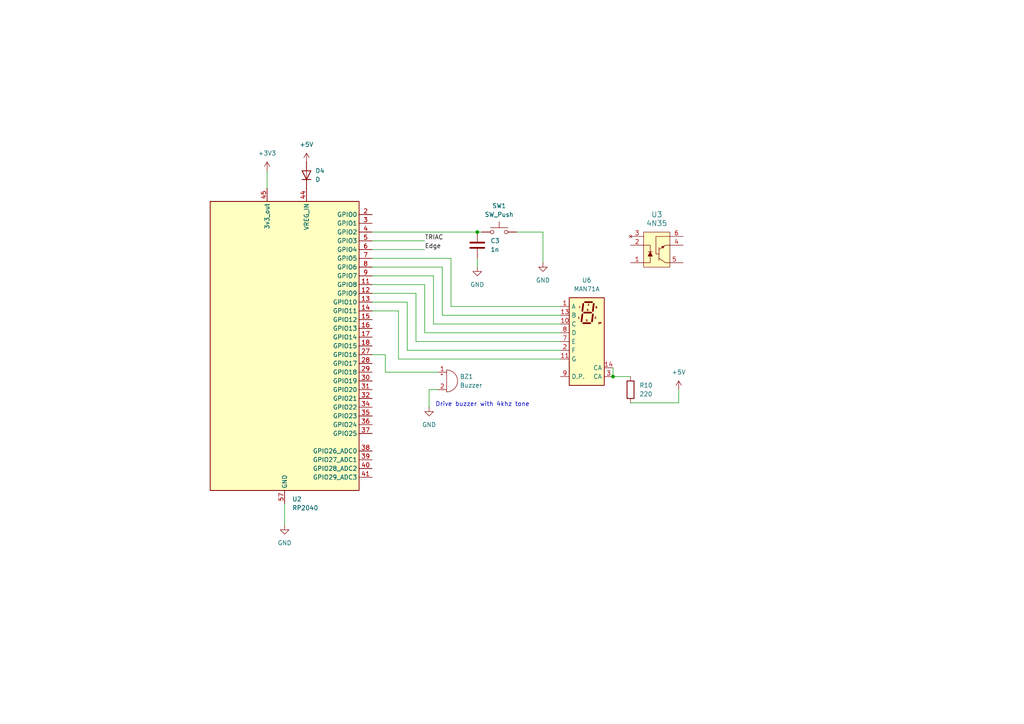
<source format=kicad_sch>
(kicad_sch (version 20231120) (generator "eeschema") (generator_version "8.0")
  (paper "A4")
  (title_block (title "Lab 13: Digital Heating Pad Control") (date "2025-04-24") (company "CWRU") (comment 1 "Drawn by T.Cowles"))
  (lib_symbols
    (symbol "Device:Buzzer" (pin_names (offset 0.0254) hide)
      (property "Reference" "BZ" (at 3.81 1.27 0))
      (property "Value" "Buzzer" (at 3.81 -1.27 0))
      (symbol "Buzzer_0_1"
        (arc (start 0 -3.175) (mid 3.1612 0) (end 0 3.175))
        (polyline (pts (xy -1.651 1.905) (xy -1.143 1.905)))
        (polyline (pts (xy -1.397 2.159) (xy -1.397 1.651)))
        (polyline (pts (xy 0 3.175) (xy 0 -3.175)))
      )
      (symbol "Buzzer_1_1"
        (pin passive line (at -2.54 2.54 0) (length 2.54) (name "+") (number "1"))
        (pin passive line (at -2.54 -2.54 0) (length 2.54) (name "-") (number "2"))
      )
    )
    (symbol "Device:C" (pin_numbers hide) (pin_names (offset 0.254))
      (property "Reference" "C" (at 0.635 2.54 0))
      (property "Value" "C" (at 0.635 -2.54 0))
      (symbol "C_0_1"
        (polyline (pts (xy -2.032 -0.762) (xy 2.032 -0.762)) (stroke (width 0.508)))
        (polyline (pts (xy -2.032 0.762) (xy 2.032 0.762)) (stroke (width 0.508)))
      )
      (symbol "C_1_1"
        (pin passive line (at 0 3.81 270) (length 2.794) (name "~") (number "1"))
        (pin passive line (at 0 -3.81 90) (length 2.794) (name "~") (number "2"))
      )
    )
    (symbol "Device:D" (pin_numbers hide) (pin_names (offset 1.016) hide)
      (property "Reference" "D" (at 0 2.54 0))
      (property "Value" "D" (at 0 -2.54 0))
      (symbol "D_0_1"
        (polyline (pts (xy -1.27 1.27) (xy -1.27 -1.27)) (stroke (width 0.254)))
        (polyline (pts (xy 1.27 0) (xy -1.27 0)))
        (polyline (pts (xy 1.27 1.27) (xy 1.27 -1.27) (xy -1.27 0) (xy 1.27 1.27)) (stroke (width 0.254)))
      )
      (symbol "D_1_1"
        (pin passive line (at -3.81 0 0) (length 2.54) (name "K") (number "1"))
        (pin passive line (at 3.81 0 180) (length 2.54) (name "A") (number "2"))
      )
    )
    (symbol "Device:R" (pin_numbers hide) (pin_names (offset 0))
      (property "Reference" "R" (at 2.032 0 90))
      (property "Value" "R" (at 0 0 90))
      (symbol "R_0_1"
        (rectangle (start -1.016 -2.54) (end 1.016 2.54) (stroke (width 0.254)))
      )
      (symbol "R_1_1"
        (pin passive line (at 0 3.81 270) (length 1.27) (name "~") (number "1"))
        (pin passive line (at 0 -3.81 90) (length 1.27) (name "~") (number "2"))
      )
    )
    (symbol "Display_Character:MAN71A" (pin_names (offset 0.635))
      (property "Reference" "U" (at -2.54 13.97 0))
      (property "Value" "MAN71A" (at 3.556 -14.224 0))
      (symbol "MAN71A_0_0"
        (text "A" (at 0.508 10.668 0) (effects (font (size 0.508 0.508))))
        (text "B" (at 2.794 9.906 0) (effects (font (size 0.508 0.508))))
        (text "C" (at 2.54 6.858 0) (effects (font (size 0.508 0.508))))
        (text "D" (at 0 6.096 0) (effects (font (size 0.508 0.508))))
        (text "DP" (at 3.81 5.334 0) (effects (font (size 0.508 0.508))))
        (text "E" (at -2.286 6.858 0) (effects (font (size 0.508 0.508))))
        (text "F" (at -2.032 9.906 0) (effects (font (size 0.508 0.508))))
        (text "G" (at 0.254 9.144 0) (effects (font (size 0.508 0.508))))
      )
      (symbol "MAN71A_0_1"
        (rectangle (start -5.08 12.7) (end 5.08 -12.7) (stroke (width 0.254)) (fill (type background)))
        (polyline (pts (xy -1.27 7.874) (xy -1.524 5.842)) (stroke (width 0.508)))
        (polyline (pts (xy -1.016 5.334) (xy 1.016 5.334)) (stroke (width 0.508)))
        (polyline (pts (xy -1.016 10.922) (xy -1.27 8.89)) (stroke (width 0.508)))
        (polyline (pts (xy -0.762 8.382) (xy 1.27 8.382)) (stroke (width 0.508)))
        (polyline (pts (xy -0.508 11.43) (xy 1.524 11.43)) (stroke (width 0.508)))
        (polyline (pts (xy 1.778 7.874) (xy 1.524 5.842)) (stroke (width 0.508)))
        (polyline (pts (xy 2.032 10.922) (xy 1.778 8.89)) (stroke (width 0.508)))
        (polyline (pts (xy 2.794 5.334) (xy 2.794 5.334)) (stroke (width 0.508)))
      )
      (symbol "MAN71A_1_1"
        (pin input line (at -7.62 10.16 0) (length 2.54) (name "A") (number "1"))
        (pin input line (at -7.62 5.08 0) (length 2.54) (name "C") (number "10"))
        (pin input line (at -7.62 -5.08 0) (length 2.54) (name "G") (number "11"))
        (pin no_connect line (at 5.08 -5.08 180) (length 2.54) hide (name "NC") (number "12"))
        (pin input line (at -7.62 7.62 0) (length 2.54) (name "B") (number "13"))
        (pin input line (at 7.62 -7.62 180) (length 2.54) (name "CA") (number "14"))
        (pin input line (at -7.62 -2.54 0) (length 2.54) (name "F") (number "2"))
        (pin input line (at 7.62 -10.16 180) (length 2.54) (name "CA") (number "3"))
        (pin no_connect line (at 5.08 2.54 180) (length 2.54) hide (name "NC") (number "4"))
        (pin no_connect line (at 5.08 0 180) (length 2.54) hide (name "NC") (number "5"))
        (pin no_connect line (at 5.08 -2.54 180) (length 2.54) hide (name "NC") (number "6"))
        (pin input line (at -7.62 0 0) (length 2.54) (name "E") (number "7"))
        (pin input line (at -7.62 2.54 0) (length 2.54) (name "D") (number "8"))
        (pin input line (at -7.62 -10.16 0) (length 2.54) (name "D.P.") (number "9"))
      )
    )
    (symbol "MCU_RaspberryPi:RP2040"
      (property "Reference" "U2" (at 2.1941 -44.45 0))
      (property "Value" "RP2040" (at 2.1941 -46.99 0))
      (symbol "RP2040_0_1"
        (rectangle (start -21.59 41.91) (end 21.59 -41.91) (stroke (width 0.254)) (fill (type background)))
      )
      (symbol "RP2040_1_1"
        (pin bidirectional line (at 25.4 17.78 180) (length 3.81) (name "GPIO8") (number "11"))
        (pin bidirectional line (at 25.4 15.24 180) (length 3.81) (name "GPIO9") (number "12"))
        (pin bidirectional line (at 25.4 12.7 180) (length 3.81) (name "GPIO10") (number "13"))
        (pin bidirectional line (at 25.4 10.16 180) (length 3.81) (name "GPIO11") (number "14"))
        (pin bidirectional line (at 25.4 7.62 180) (length 3.81) (name "GPIO12") (number "15"))
        (pin bidirectional line (at 25.4 5.08 180) (length 3.81) (name "GPIO13") (number "16"))
        (pin bidirectional line (at 25.4 2.54 180) (length 3.81) (name "GPIO14") (number "17"))
        (pin bidirectional line (at 25.4 0 180) (length 3.81) (name "GPIO15") (number "18"))
        (pin bidirectional line (at 25.4 38.1 180) (length 3.81) (name "GPIO0") (number "2"))
        (pin bidirectional line (at 25.4 -2.54 180) (length 3.81) (name "GPIO16") (number "27"))
        (pin bidirectional line (at 25.4 -5.08 180) (length 3.81) (name "GPIO17") (number "28"))
        (pin bidirectional line (at 25.4 -7.62 180) (length 3.81) (name "GPIO18") (number "29"))
        (pin bidirectional line (at 25.4 35.56 180) (length 3.81) (name "GPIO1") (number "3"))
        (pin bidirectional line (at 25.4 -10.16 180) (length 3.81) (name "GPIO19") (number "30"))
        (pin bidirectional line (at 25.4 -12.7 180) (length 3.81) (name "GPIO20") (number "31"))
        (pin bidirectional line (at 25.4 -15.24 180) (length 3.81) (name "GPIO21") (number "32"))
        (pin bidirectional line (at 25.4 -17.78 180) (length 3.81) (name "GPIO22") (number "34"))
        (pin bidirectional line (at 25.4 -20.32 180) (length 3.81) (name "GPIO23") (number "35"))
        (pin bidirectional line (at 25.4 -22.86 180) (length 3.81) (name "GPIO24") (number "36"))
        (pin bidirectional line (at 25.4 -25.4 180) (length 3.81) (name "GPIO25") (number "37"))
        (pin bidirectional line (at 25.4 -30.48 180) (length 3.81) (name "GPIO26_ADC0") (number "38"))
        (pin bidirectional line (at 25.4 -33.02 180) (length 3.81) (name "GPIO27_ADC1") (number "39"))
        (pin bidirectional line (at 25.4 33.02 180) (length 3.81) (name "GPIO2") (number "4"))
        (pin bidirectional line (at 25.4 -35.56 180) (length 3.81) (name "GPIO28_ADC2") (number "40"))
        (pin bidirectional line (at 25.4 -38.1 180) (length 3.81) (name "GPIO29_ADC3") (number "41"))
        (pin power_in line (at 6.35 45.72 270) (length 3.81) (name "VREG_IN") (number "44"))
        (pin power_out line (at -5.08 45.72 270) (length 3.81) (name "3v3_out") (number "45"))
        (pin bidirectional line (at 25.4 30.48 180) (length 3.81) (name "GPIO3") (number "5"))
        (pin power_in line (at 0 -45.72 90) (length 3.81) (name "GND") (number "57"))
        (pin bidirectional line (at 25.4 27.94 180) (length 3.81) (name "GPIO4") (number "6"))
        (pin bidirectional line (at 25.4 25.4 180) (length 3.81) (name "GPIO5") (number "7"))
        (pin bidirectional line (at 25.4 22.86 180) (length 3.81) (name "GPIO6") (number "8"))
        (pin bidirectional line (at 25.4 20.32 180) (length 3.81) (name "GPIO7") (number "9"))
      )
    )
    (symbol "Switch:SW_Push" (pin_numbers hide) (pin_names (offset 1.016) hide)
      (property "Reference" "SW" (at 1.27 2.54 0))
      (property "Value" "SW_Push" (at 0 -1.524 0))
      (symbol "SW_Push_0_1"
        (circle (center -2.032 0) (radius 0.508))
        (polyline (pts (xy 0 1.27) (xy 0 3.048)))
        (polyline (pts (xy 2.54 1.27) (xy -2.54 1.27)))
        (circle (center 2.032 0) (radius 0.508))
        (pin passive line (at -5.08 0 0) (length 2.54) (name "1") (number "1"))
        (pin passive line (at 5.08 0 180) (length 2.54) (name "2") (number "2"))
      )
    )
    (symbol "dk_Optoisolators-Transistor-Photovoltaic-Output:4N35" (pin_names (offset 1.016))
      (property "Reference" "U" (at 0 5.08 0))
      (property "Value" "4N35" (at 0 -8.255 0))
      (symbol "4N35_0_1"
        (rectangle (start -3.81 3.81) (end 3.81 -6.35) (fill (type background)))
        (polyline (pts (xy -2.54 -0.635) (xy -1.27 -0.635)))
        (polyline (pts (xy 0.635 1.905) (xy 0.635 -1.905)))
        (polyline (pts (xy -3.81 -2.54) (xy -1.905 -2.54) (xy -1.905 -0.635)))
        (polyline (pts (xy -3.81 2.54) (xy -1.905 2.54) (xy -1.905 0.635)))
        (polyline (pts (xy 0.635 -1.27) (xy 2.54 -2.54) (xy 3.81 -2.54)))
        (polyline (pts (xy 0.635 1.27) (xy 2.54 2.54) (xy 3.81 2.54)))
        (polyline (pts (xy -2.54 0.635) (xy -1.27 0.635) (xy -1.905 -0.635) (xy -2.54 0.635)) (fill (type outline)))
        (polyline (pts (xy 2.159 -2.286) (xy 1.778 -1.651) (xy 1.397 -2.159) (xy 2.159 -2.286)) (fill (type outline)))
        (polyline (pts (xy 3.81 -5.08) (xy -0.254 -5.08) (xy -0.254 0) (xy 0.635 0)))
      )
      (symbol "4N35_1_1"
        (pin passive line (at -7.62 2.54 0) (length 3.81) (name "~") (number "1"))
        (pin passive line (at -7.62 -2.54 0) (length 3.81) (name "~") (number "2"))
        (pin no_connect line (at -7.62 -5.08 0) (length 3.81) (name "~") (number "3"))
        (pin passive line (at 7.62 -2.54 180) (length 3.81) (name "~") (number "4"))
        (pin output line (at 7.62 2.54 180) (length 5.08) (name "~") (number "5"))
        (pin input line (at 7.62 -5.08 180) (length 3.81) (name "~") (number "6"))
      )
    )
    (symbol "power:+3V3" (power) (pin_numbers hide) (pin_names (offset 0) hide)
      (property "Value" "+3V3" (at 0 3.556 0))
      (symbol "+3V3_0_1"
        (polyline (pts (xy -0.762 1.27) (xy 0 2.54)))
        (polyline (pts (xy 0 0) (xy 0 2.54)))
        (polyline (pts (xy 0 2.54) (xy 0.762 1.27)))
      )
      (symbol "+3V3_1_1"
        (pin power_in line (at 0 0 90) (length 0) (name "~") (number "1"))
      )
    )
    (symbol "power:+5V" (power) (pin_numbers hide) (pin_names (offset 0) hide)
      (property "Value" "+5V" (at 0 3.556 0))
      (symbol "+5V_0_1"
        (polyline (pts (xy -0.762 1.27) (xy 0 2.54)))
        (polyline (pts (xy 0 0) (xy 0 2.54)))
        (polyline (pts (xy 0 2.54) (xy 0.762 1.27)))
      )
      (symbol "+5V_1_1"
        (pin power_in line (at 0 0 90) (length 0) (name "~") (number "1"))
      )
    )
    (symbol "power:GND" (power) (pin_numbers hide) (pin_names (offset 0) hide)
      (property "Value" "GND" (at 0 -3.81 0))
      (symbol "GND_0_1"
        (polyline (pts (xy 0 0) (xy 0 -1.27) (xy 1.27 -1.27) (xy 0 -2.54) (xy -1.27 -1.27) (xy 0 -1.27)))
      )
      (symbol "GND_1_1"
        (pin power_in line (at 0 0 270) (length 0) (name "~") (number "1"))
      )
    )
  )
  (junction (at 138.43 67.31))
  (junction (at 177.8 109.22))
  (wire (pts (xy 118.11 101.6) (xy 162.56 101.6)))
  (wire (pts (xy 128.27 91.44) (xy 162.56 91.44)))
  (wire (pts (xy 196.85 113.03) (xy 196.85 116.84)))
  (wire (pts (xy 149.86 67.31) (xy 157.48 67.31)))
  (wire (pts (xy 128.27 77.47) (xy 128.27 91.44)))
  (wire (pts (xy 77.47 49.53) (xy 77.47 54.61)))
  (wire (pts (xy 125.73 80.01) (xy 125.73 93.98)))
  (wire (pts (xy 107.95 80.01) (xy 125.73 80.01)))
  (wire (pts (xy 107.95 67.31) (xy 138.43 67.31)))
  (wire (pts (xy 111.76 107.95) (xy 111.76 102.87)))
  (wire (pts (xy 107.95 77.47) (xy 128.27 77.47)))
  (wire (pts (xy 130.81 88.9) (xy 162.56 88.9)))
  (wire (pts (xy 120.65 99.06) (xy 162.56 99.06)))
  (wire (pts (xy 182.88 109.22) (xy 177.8 109.22)))
  (wire (pts (xy 107.95 90.17) (xy 115.57 90.17)))
  (wire (pts (xy 138.43 74.93) (xy 138.43 77.47)))
  (wire (pts (xy 107.95 85.09) (xy 120.65 85.09)))
  (wire (pts (xy 111.76 102.87) (xy 107.95 102.87)))
  (wire (pts (xy 123.19 82.55) (xy 107.95 82.55)))
  (wire (pts (xy 118.11 87.63) (xy 118.11 101.6)))
  (wire (pts (xy 124.46 113.03) (xy 124.46 118.11)))
  (wire (pts (xy 138.43 67.31) (xy 139.7 67.31)))
  (wire (pts (xy 177.8 106.68) (xy 177.8 109.22)))
  (wire (pts (xy 107.95 72.39) (xy 123.19 72.39)))
  (wire (pts (xy 82.55 146.05) (xy 82.55 152.4)))
  (wire (pts (xy 123.19 96.52) (xy 123.19 82.55)))
  (wire (pts (xy 107.95 87.63) (xy 118.11 87.63)))
  (wire (pts (xy 115.57 104.14) (xy 162.56 104.14)))
  (wire (pts (xy 162.56 96.52) (xy 123.19 96.52)))
  (wire (pts (xy 120.65 85.09) (xy 120.65 99.06)))
  (wire (pts (xy 182.88 116.84) (xy 196.85 116.84)))
  (wire (pts (xy 130.81 74.93) (xy 130.81 88.9)))
  (wire (pts (xy 111.76 107.95) (xy 127 107.95)))
  (wire (pts (xy 157.48 67.31) (xy 157.48 76.2)))
  (wire (pts (xy 127 113.03) (xy 124.46 113.03)))
  (wire (pts (xy 115.57 90.17) (xy 115.57 104.14)))
  (wire (pts (xy 107.95 74.93) (xy 130.81 74.93)))
  (wire (pts (xy 107.95 69.85) (xy 123.19 69.85)))
  (wire (pts (xy 125.73 93.98) (xy 162.56 93.98)))
  (text "Drive buzzer with 4khz tone" (at 139.954 117.348 0) (effects (font (size 1.27 1.27))))
  (label "TRIAC" (at 123.19 69.85 0))
  (label "Edge" (at 123.19 72.39 0))
  (symbol (lib_id "dk_Optoisolators-Transistor-Photovoltaic-Output:4N35") (at 190.5 73.66 0) (mirror x) (unit 1)
    (property "Reference" "U3" (at 190.5 62.23 0) (effects (font (size 1.524 1.524))))
    (property "Value" "4N35" (at 190.5 64.77 0) (effects (font (size 1.524 1.524))))
    (property "Footprint" "digikey-footprints:DIP-6_W7.62mm" (effects (hide yes)))
    (property "Datasheet" "http://optoelectronics.liteon.com/upload/download/DS-70-99-0012/4N3X%20Series%201115.pdf" (effects (hide yes)))
    (property "Description" "OPTOISO 3.55KV TRANS W/BASE 6DIP" (effects (hide yes)))
    (property "MPN" "4N35" (effects (hide yes)))
    (property "Category" "Isolators" (effects (hide yes)))
    (property "Family" "Optoisolators - Transistor, Photovoltaic Output" (effects (hide yes)))
    (property "DK_Datasheet_Link" "http://optoelectronics.liteon.com/upload/download/DS-70-99-0012/4N3X%20Series%201115.pdf" (effects (hide yes)))
    (property "DK_Detail_Page" "/product-detail/en/lite-on-inc/4N35/160-1304-5-ND/385766" (effects (hide yes)))
    (property "Description_1" "OPTOISO 3.55KV TRANS W/BASE 6DIP" (effects (hide yes)))
    (property "Manufacturer" "Lite-On Inc." (effects (hide yes)))
    (property "Status" "Active" (effects (hide yes)))
  )
  (symbol (lib_id "power:+5V") (at 88.9 46.99 0) (unit 1)
    (property "Reference" "#PWR06" (effects (hide yes)))
    (property "Value" "+5V" (at 88.9 41.91 0))
    (property "Description" "Power symbol creates a global label with name \"+5V\"" (effects (hide yes)))
  )
  (symbol (lib_id "Device:C") (at 138.43 71.12 0) (unit 1)
    (property "Reference" "C3" (at 142.24 69.8499 0) (effects (justify left)))
    (property "Value" "1n" (at 142.24 72.3899 0) (effects (justify left)))
    (property "Description" "Unpolarized capacitor" (effects (hide yes)))
  )
  (symbol (lib_id "power:GND") (at 82.55 152.4 0) (unit 1)
    (property "Reference" "#PWR014" (effects (hide yes)))
    (property "Value" "GND" (at 82.55 157.48 0))
    (property "Description" "Power symbol creates a global label with name \"GND\" , ground" (effects (hide yes)))
  )
  (symbol (lib_id "Device:R") (at 182.88 113.03 0) (unit 1)
    (property "Reference" "R10" (at 185.42 111.7599 0) (effects (justify left)))
    (property "Value" "220" (at 185.42 114.2999 0) (effects (justify left)))
    (property "Description" "Resistor" (effects (hide yes)))
  )
  (symbol (lib_id "Switch:SW_Push") (at 144.78 67.31 0) (unit 1)
    (property "Reference" "SW1" (at 144.78 59.69 0))
    (property "Value" "SW_Push" (at 144.78 62.23 0))
    (property "Description" "Push button switch, generic, two pins" (effects (hide yes)))
  )
  (symbol (lib_id "Device:Buzzer") (at 129.54 110.49 0) (unit 1)
    (property "Reference" "BZ1" (at 133.35 109.2199 0) (effects (justify left)))
    (property "Value" "Buzzer" (at 133.35 111.7599 0) (effects (justify left)))
    (property "Description" "Buzzer, polarized" (effects (hide yes)))
  )
  (symbol (lib_id "Display_Character:MAN71A") (at 170.18 99.06 0) (unit 1)
    (property "Reference" "U6" (at 170.18 81.28 0))
    (property "Value" "MAN71A" (at 170.18 83.82 0))
    (property "Footprint" "Display_7Segment:MAN71A" (effects (hide yes)))
    (property "Datasheet" "https://www.digchip.com/datasheets/parts/datasheet/161/MAN3640A-pdf.php" (effects (hide yes)))
    (property "Description" "Single digit 7 segment red LED common anode right hand decimal" (effects (hide yes)))
  )
  (symbol (lib_id "power:GND") (at 124.46 118.11 0) (unit 1)
    (property "Reference" "#PWR019" (effects (hide yes)))
    (property "Value" "GND" (at 124.46 123.19 0))
    (property "Description" "Power symbol creates a global label with name \"GND\" , ground" (effects (hide yes)))
  )
  (symbol (lib_id "power:+3V3") (at 77.47 49.53 0) (unit 1)
    (property "Reference" "#PWR010" (effects (hide yes)))
    (property "Value" "+3V3" (at 77.47 44.45 0))
    (property "Description" "Power symbol creates a global label with name \"+3V3\"" (effects (hide yes)))
  )
  (symbol (lib_id "power:+5V") (at 196.85 113.03 0) (unit 1)
    (property "Reference" "#PWR020" (effects (hide yes)))
    (property "Value" "+5V" (at 196.85 107.95 0))
    (property "Description" "Power symbol creates a global label with name \"+5V\"" (effects (hide yes)))
  )
  (symbol (lib_id "power:GND") (at 138.43 77.47 0) (unit 1)
    (property "Reference" "#PWR012" (effects (hide yes)))
    (property "Value" "GND" (at 138.43 82.55 0))
    (property "Description" "Power symbol creates a global label with name \"GND\" , ground" (effects (hide yes)))
  )
  (symbol (lib_id "Device:D") (at 88.9 50.8 90) (unit 1)
    (property "Reference" "D4" (at 91.44 49.5299 90) (effects (justify right)))
    (property "Value" "D" (at 91.44 52.0699 90) (effects (justify right)))
    (property "Description" "Diode" (effects (hide yes)))
    (property "Sim.Device" "D" (effects (hide yes)))
    (property "Sim.Pins" "1=K 2=A" (effects (hide yes)))
  )
  (symbol (lib_id "MCU_RaspberryPi:RP2040") (at 82.55 100.33 0) (unit 1)
    (property "Reference" "U2" (at 84.7441 144.78 0) (effects (justify left)))
    (property "Value" "RP2040" (at 84.7441 147.32 0) (effects (justify left)))
    (property "Footprint" "Package_DFN_QFN:QFN-56-1EP_7x7mm_P0.4mm_EP3.2x3.2mm" (effects (hide yes)))
    (property "Datasheet" "https://datasheets.raspberrypi.com/rp2040/rp2040-datasheet.pdf" (effects (hide yes)))
    (property "Description" "A microcontroller by Raspberry Pi" (effects (hide yes)))
  )
  (symbol (lib_id "power:GND") (at 157.48 76.2 0) (unit 1)
    (property "Reference" "#PWR013" (effects (hide yes)))
    (property "Value" "GND" (at 157.48 81.28 0))
    (property "Description" "Power symbol creates a global label with name \"GND\" , ground" (effects (hide yes)))
  )
)
</source>
